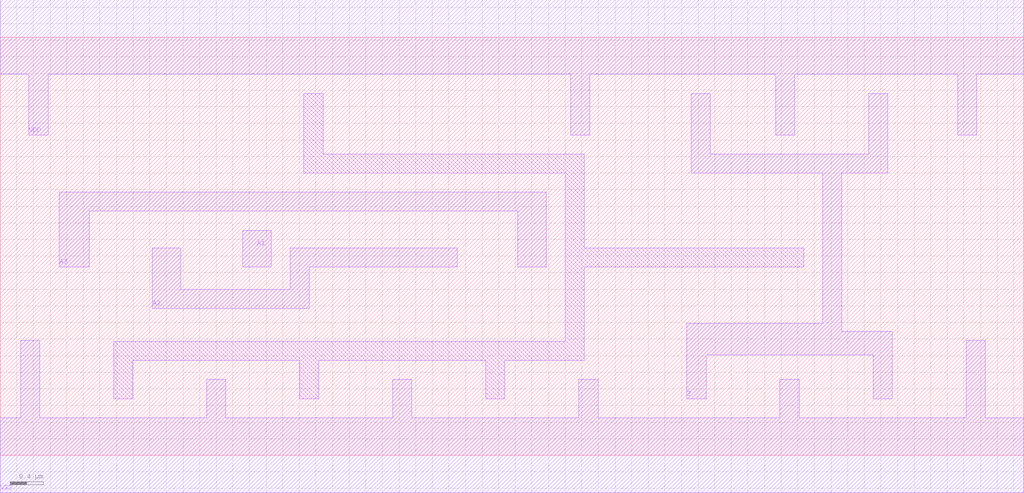
<source format=lef>
# Copyright 2022 GlobalFoundries PDK Authors
#
# Licensed under the Apache License, Version 2.0 (the "License");
# you may not use this file except in compliance with the License.
# You may obtain a copy of the License at
#
#      http://www.apache.org/licenses/LICENSE-2.0
#
# Unless required by applicable law or agreed to in writing, software
# distributed under the License is distributed on an "AS IS" BASIS,
# WITHOUT WARRANTIES OR CONDITIONS OF ANY KIND, either express or implied.
# See the License for the specific language governing permissions and
# limitations under the License.

MACRO gf180mcu_fd_sc_mcu9t5v0__or3_4
  CLASS core ;
  FOREIGN gf180mcu_fd_sc_mcu9t5v0__or3_4 0.0 0.0 ;
  ORIGIN 0 0 ;
  SYMMETRY X Y ;
  SITE GF018hv5v_green_sc9 ;
  SIZE 12.32 BY 5.04 ;
  PIN A1
    DIRECTION INPUT ;
    ANTENNAGATEAREA 3.09 ;
    PORT
      LAYER Metal1 ;
        POLYGON 2.92 2.27 3.26 2.27 3.26 2.71 2.92 2.71  ;
    END
  END A1
  PIN A2
    DIRECTION INPUT ;
    ANTENNAGATEAREA 3.09 ;
    PORT
      LAYER Metal1 ;
        POLYGON 1.83 1.77 3.72 1.77 3.72 2.27 5.5 2.27 5.5 2.5 3.49 2.5 3.49 2 2.17 2 2.17 2.5 1.83 2.5  ;
    END
  END A2
  PIN A3
    DIRECTION INPUT ;
    ANTENNAGATEAREA 3.09 ;
    PORT
      LAYER Metal1 ;
        POLYGON 0.71 2.27 1.07 2.27 1.07 2.94 6.23 2.94 6.23 2.27 6.57 2.27 6.57 3.17 0.71 3.17  ;
    END
  END A3
  PIN Z
    DIRECTION OUTPUT ;
    ANTENNADIFFAREA 3.459 ;
    PORT
      LAYER Metal1 ;
        POLYGON 8.315 3.4 9.67 3.4 9.9 3.4 9.9 1.59 8.265 1.59 8.265 0.68 8.495 0.68 8.495 1.21 10.505 1.21 10.505 0.68 10.735 0.68 10.735 1.49 10.13 1.49 10.13 3.4 10.685 3.4 10.685 4.36 10.455 4.36 10.455 3.63 9.67 3.63 8.545 3.63 8.545 4.36 8.315 4.36  ;
    END
  END Z
  PIN VDD
    DIRECTION INOUT ;
    USE power ;
    SHAPE ABUTMENT ;
    PORT
      LAYER Metal1 ;
        POLYGON 0 4.59 0.345 4.59 0.345 3.86 0.575 3.86 0.575 4.59 6.865 4.59 6.865 3.86 7.095 3.86 7.095 4.59 9.335 4.59 9.335 3.86 9.565 3.86 9.565 4.59 9.67 4.59 11.525 4.59 11.525 3.86 11.755 3.86 11.755 4.59 12.32 4.59 12.32 5.49 9.67 5.49 0 5.49  ;
    END
  END VDD
  PIN VSS
    DIRECTION INOUT ;
    USE ground ;
    SHAPE ABUTMENT ;
    PORT
      LAYER Metal1 ;
        POLYGON 0 -0.45 12.32 -0.45 12.32 0.45 11.855 0.45 11.855 1.385 11.625 1.385 11.625 0.45 9.615 0.45 9.615 0.915 9.385 0.915 9.385 0.45 7.195 0.45 7.195 0.915 6.965 0.915 6.965 0.45 4.955 0.45 4.955 0.915 4.725 0.915 4.725 0.45 2.715 0.45 2.715 0.915 2.485 0.915 2.485 0.45 0.475 0.45 0.475 1.385 0.245 1.385 0.245 0.45 0 0.45  ;
    END
  END VSS
  OBS
      LAYER Metal1 ;
        POLYGON 3.655 3.4 6.8 3.4 6.8 1.375 1.365 1.375 1.365 0.68 1.595 0.68 1.595 1.145 3.605 1.145 3.605 0.68 3.835 0.68 3.835 1.145 5.845 1.145 5.845 0.68 6.075 0.68 6.075 1.145 7.03 1.145 7.03 2.27 9.67 2.27 9.67 2.5 7.03 2.5 7.03 3.63 3.885 3.63 3.885 4.36 3.655 4.36  ;
  END
END gf180mcu_fd_sc_mcu9t5v0__or3_4

</source>
